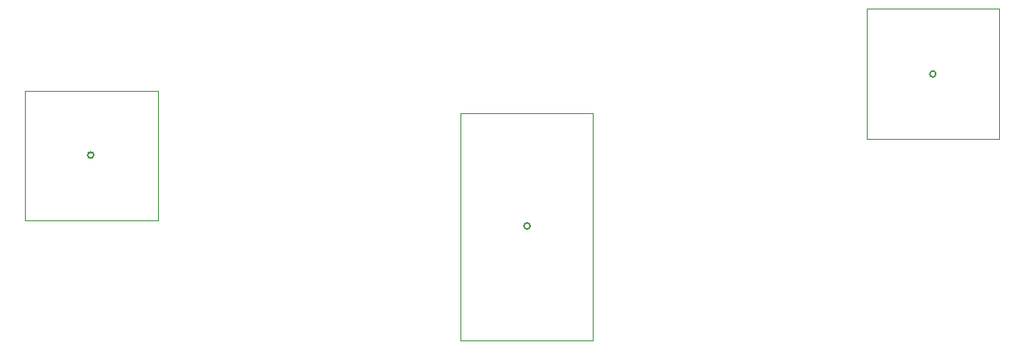
<source format=gbr>
%TF.GenerationSoftware,KiCad,Pcbnew,6.0.4-6f826c9f35~116~ubuntu20.04.1*%
%TF.CreationDate,2022-04-10T21:58:52+02:00*%
%TF.ProjectId,preamp,70726561-6d70-42e6-9b69-6361645f7063,A*%
%TF.SameCoordinates,Original*%
%TF.FileFunction,Legend,Bot*%
%TF.FilePolarity,Positive*%
%FSLAX46Y46*%
G04 Gerber Fmt 4.6, Leading zero omitted, Abs format (unit mm)*
G04 Created by KiCad (PCBNEW 6.0.4-6f826c9f35~116~ubuntu20.04.1) date 2022-04-10 21:58:52*
%MOMM*%
%LPD*%
G01*
G04 APERTURE LIST*
%ADD10C,0.200000*%
%ADD11C,0.120000*%
G04 APERTURE END LIST*
D10*
X86785103Y-114250836D02*
G75*
G03*
X86785103Y-114250836I-300000J0D01*
G01*
X43785103Y-107250836D02*
G75*
G03*
X43785103Y-107250836I-300000J0D01*
G01*
X126785103Y-99250836D02*
G75*
G03*
X126785103Y-99250836I-300000J0D01*
G01*
D11*
%TO.C,S1*%
X37011000Y-113715000D02*
X50111000Y-113715000D01*
X50111000Y-113715000D02*
X50111000Y-100915000D01*
X50111000Y-100915000D02*
X37011000Y-100915000D01*
X37011000Y-100915000D02*
X37011000Y-113715000D01*
%TO.C,S3*%
X119942873Y-105626654D02*
X133042873Y-105626654D01*
X133042873Y-105626654D02*
X133042873Y-92826654D01*
X133042873Y-92826654D02*
X119942873Y-92826654D01*
X119942873Y-92826654D02*
X119942873Y-105626654D01*
%TO.C,S2*%
X79962601Y-125526967D02*
X92962601Y-125526967D01*
X92962601Y-125526967D02*
X92962601Y-103126967D01*
X92962601Y-103126967D02*
X79962601Y-103126967D01*
X79962601Y-103126967D02*
X79962601Y-125526967D01*
%TD*%
M02*

</source>
